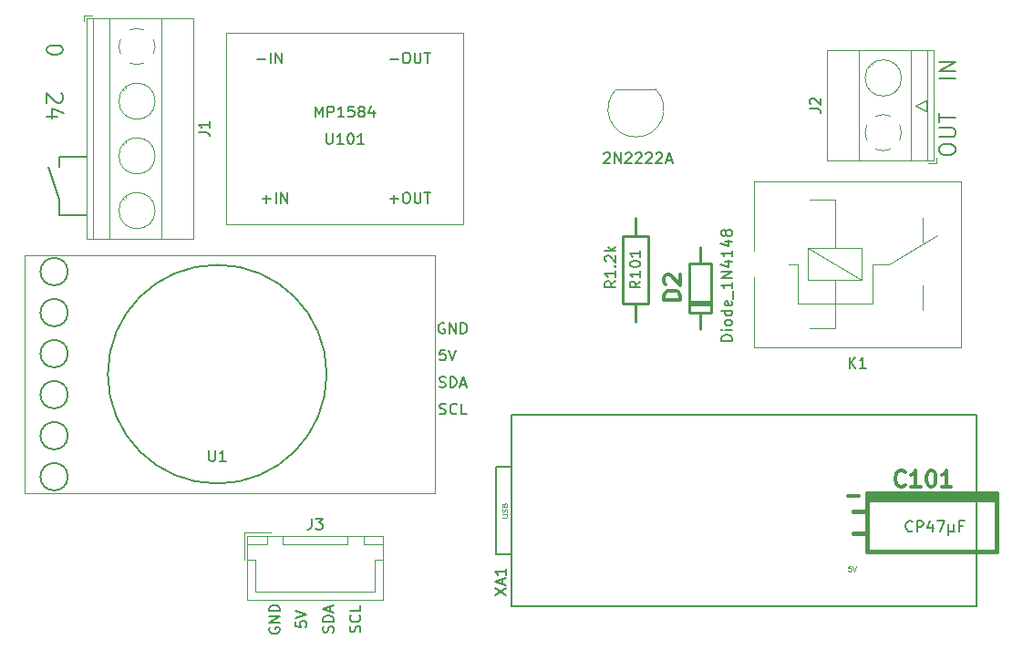
<source format=gbr>
%TF.GenerationSoftware,KiCad,Pcbnew,(5.1.8)-1*%
%TF.CreationDate,2023-04-03T09:29:08+02:00*%
%TF.ProjectId,CommandeJF,436f6d6d-616e-4646-954a-462e6b696361,rev?*%
%TF.SameCoordinates,PX5a995c0PY7735940*%
%TF.FileFunction,Legend,Top*%
%TF.FilePolarity,Positive*%
%FSLAX46Y46*%
G04 Gerber Fmt 4.6, Leading zero omitted, Abs format (unit mm)*
G04 Created by KiCad (PCBNEW (5.1.8)-1) date 2023-04-03 09:29:08*
%MOMM*%
%LPD*%
G01*
G04 APERTURE LIST*
%ADD10C,0.150000*%
%ADD11C,0.300000*%
%ADD12C,0.381000*%
%ADD13C,0.120000*%
%ADD14C,0.250000*%
%ADD15C,0.254000*%
%ADD16C,0.075000*%
%ADD17C,0.304800*%
G04 APERTURE END LIST*
D10*
X5500000Y47000000D02*
X4500000Y50000000D01*
X5500000Y51000000D02*
X5500000Y50000000D01*
X5500000Y45500000D02*
X5500000Y46000000D01*
X8000000Y45500000D02*
X5500000Y45500000D01*
X8000000Y51000000D02*
X5500000Y51000000D01*
X5500000Y47000000D02*
X5500000Y46000000D01*
X41309523Y33047620D02*
X40833333Y33047620D01*
X40785714Y32571429D01*
X40833333Y32619048D01*
X40928571Y32666667D01*
X41166666Y32666667D01*
X41261904Y32619048D01*
X41309523Y32571429D01*
X41357142Y32476191D01*
X41357142Y32238096D01*
X41309523Y32142858D01*
X41261904Y32095239D01*
X41166666Y32047620D01*
X40928571Y32047620D01*
X40833333Y32095239D01*
X40785714Y32142858D01*
X41642857Y33047620D02*
X41976190Y32047620D01*
X42309523Y33047620D01*
X41238095Y35500000D02*
X41142857Y35547620D01*
X41000000Y35547620D01*
X40857142Y35500000D01*
X40761904Y35404762D01*
X40714285Y35309524D01*
X40666666Y35119048D01*
X40666666Y34976191D01*
X40714285Y34785715D01*
X40761904Y34690477D01*
X40857142Y34595239D01*
X41000000Y34547620D01*
X41095238Y34547620D01*
X41238095Y34595239D01*
X41285714Y34642858D01*
X41285714Y34976191D01*
X41095238Y34976191D01*
X41714285Y34547620D02*
X41714285Y35547620D01*
X42285714Y34547620D01*
X42285714Y35547620D01*
X42761904Y34547620D02*
X42761904Y35547620D01*
X43000000Y35547620D01*
X43142857Y35500000D01*
X43238095Y35404762D01*
X43285714Y35309524D01*
X43333333Y35119048D01*
X43333333Y34976191D01*
X43285714Y34785715D01*
X43238095Y34690477D01*
X43142857Y34595239D01*
X43000000Y34547620D01*
X42761904Y34547620D01*
X40785714Y29595239D02*
X40928571Y29547620D01*
X41166666Y29547620D01*
X41261904Y29595239D01*
X41309523Y29642858D01*
X41357142Y29738096D01*
X41357142Y29833334D01*
X41309523Y29928572D01*
X41261904Y29976191D01*
X41166666Y30023810D01*
X40976190Y30071429D01*
X40880952Y30119048D01*
X40833333Y30166667D01*
X40785714Y30261905D01*
X40785714Y30357143D01*
X40833333Y30452381D01*
X40880952Y30500000D01*
X40976190Y30547620D01*
X41214285Y30547620D01*
X41357142Y30500000D01*
X41785714Y29547620D02*
X41785714Y30547620D01*
X42023809Y30547620D01*
X42166666Y30500000D01*
X42261904Y30404762D01*
X42309523Y30309524D01*
X42357142Y30119048D01*
X42357142Y29976191D01*
X42309523Y29785715D01*
X42261904Y29690477D01*
X42166666Y29595239D01*
X42023809Y29547620D01*
X41785714Y29547620D01*
X42738095Y29833334D02*
X43214285Y29833334D01*
X42642857Y29547620D02*
X42976190Y30547620D01*
X43309523Y29547620D01*
X40809523Y27095239D02*
X40952380Y27047620D01*
X41190476Y27047620D01*
X41285714Y27095239D01*
X41333333Y27142858D01*
X41380952Y27238096D01*
X41380952Y27333334D01*
X41333333Y27428572D01*
X41285714Y27476191D01*
X41190476Y27523810D01*
X41000000Y27571429D01*
X40904761Y27619048D01*
X40857142Y27666667D01*
X40809523Y27761905D01*
X40809523Y27857143D01*
X40857142Y27952381D01*
X40904761Y28000000D01*
X41000000Y28047620D01*
X41238095Y28047620D01*
X41380952Y28000000D01*
X42380952Y27142858D02*
X42333333Y27095239D01*
X42190476Y27047620D01*
X42095238Y27047620D01*
X41952380Y27095239D01*
X41857142Y27190477D01*
X41809523Y27285715D01*
X41761904Y27476191D01*
X41761904Y27619048D01*
X41809523Y27809524D01*
X41857142Y27904762D01*
X41952380Y28000000D01*
X42095238Y28047620D01*
X42190476Y28047620D01*
X42333333Y28000000D01*
X42380952Y27952381D01*
X43285714Y27047620D02*
X42809523Y27047620D01*
X42809523Y28047620D01*
X25000000Y7238096D02*
X24952380Y7142858D01*
X24952380Y7000000D01*
X25000000Y6857143D01*
X25095238Y6761905D01*
X25190476Y6714286D01*
X25380952Y6666667D01*
X25523809Y6666667D01*
X25714285Y6714286D01*
X25809523Y6761905D01*
X25904761Y6857143D01*
X25952380Y7000000D01*
X25952380Y7095239D01*
X25904761Y7238096D01*
X25857142Y7285715D01*
X25523809Y7285715D01*
X25523809Y7095239D01*
X25952380Y7714286D02*
X24952380Y7714286D01*
X25952380Y8285715D01*
X24952380Y8285715D01*
X25952380Y8761905D02*
X24952380Y8761905D01*
X24952380Y9000000D01*
X25000000Y9142858D01*
X25095238Y9238096D01*
X25190476Y9285715D01*
X25380952Y9333334D01*
X25523809Y9333334D01*
X25714285Y9285715D01*
X25809523Y9238096D01*
X25904761Y9142858D01*
X25952380Y9000000D01*
X25952380Y8761905D01*
X27452380Y7809524D02*
X27452380Y7333334D01*
X27928571Y7285715D01*
X27880952Y7333334D01*
X27833333Y7428572D01*
X27833333Y7666667D01*
X27880952Y7761905D01*
X27928571Y7809524D01*
X28023809Y7857143D01*
X28261904Y7857143D01*
X28357142Y7809524D01*
X28404761Y7761905D01*
X28452380Y7666667D01*
X28452380Y7428572D01*
X28404761Y7333334D01*
X28357142Y7285715D01*
X27452380Y8142858D02*
X28452380Y8476191D01*
X27452380Y8809524D01*
X30904761Y6785715D02*
X30952380Y6928572D01*
X30952380Y7166667D01*
X30904761Y7261905D01*
X30857142Y7309524D01*
X30761904Y7357143D01*
X30666666Y7357143D01*
X30571428Y7309524D01*
X30523809Y7261905D01*
X30476190Y7166667D01*
X30428571Y6976191D01*
X30380952Y6880953D01*
X30333333Y6833334D01*
X30238095Y6785715D01*
X30142857Y6785715D01*
X30047619Y6833334D01*
X30000000Y6880953D01*
X29952380Y6976191D01*
X29952380Y7214286D01*
X30000000Y7357143D01*
X30952380Y7785715D02*
X29952380Y7785715D01*
X29952380Y8023810D01*
X30000000Y8166667D01*
X30095238Y8261905D01*
X30190476Y8309524D01*
X30380952Y8357143D01*
X30523809Y8357143D01*
X30714285Y8309524D01*
X30809523Y8261905D01*
X30904761Y8166667D01*
X30952380Y8023810D01*
X30952380Y7785715D01*
X30666666Y8738096D02*
X30666666Y9214286D01*
X30952380Y8642858D02*
X29952380Y8976191D01*
X30952380Y9309524D01*
X33404761Y6809524D02*
X33452380Y6952381D01*
X33452380Y7190477D01*
X33404761Y7285715D01*
X33357142Y7333334D01*
X33261904Y7380953D01*
X33166666Y7380953D01*
X33071428Y7333334D01*
X33023809Y7285715D01*
X32976190Y7190477D01*
X32928571Y7000000D01*
X32880952Y6904762D01*
X32833333Y6857143D01*
X32738095Y6809524D01*
X32642857Y6809524D01*
X32547619Y6857143D01*
X32500000Y6904762D01*
X32452380Y7000000D01*
X32452380Y7238096D01*
X32500000Y7380953D01*
X33357142Y8380953D02*
X33404761Y8333334D01*
X33452380Y8190477D01*
X33452380Y8095239D01*
X33404761Y7952381D01*
X33309523Y7857143D01*
X33214285Y7809524D01*
X33023809Y7761905D01*
X32880952Y7761905D01*
X32690476Y7809524D01*
X32595238Y7857143D01*
X32500000Y7952381D01*
X32452380Y8095239D01*
X32452380Y8190477D01*
X32500000Y8333334D01*
X32547619Y8380953D01*
X33452380Y9285715D02*
X33452380Y8809524D01*
X32452380Y8809524D01*
X87178571Y51500000D02*
X87178571Y51785715D01*
X87250000Y51928572D01*
X87392857Y52071429D01*
X87678571Y52142858D01*
X88178571Y52142858D01*
X88464285Y52071429D01*
X88607142Y51928572D01*
X88678571Y51785715D01*
X88678571Y51500000D01*
X88607142Y51357143D01*
X88464285Y51214286D01*
X88178571Y51142858D01*
X87678571Y51142858D01*
X87392857Y51214286D01*
X87250000Y51357143D01*
X87178571Y51500000D01*
X87178571Y52785715D02*
X88392857Y52785715D01*
X88535714Y52857143D01*
X88607142Y52928572D01*
X88678571Y53071429D01*
X88678571Y53357143D01*
X88607142Y53500000D01*
X88535714Y53571429D01*
X88392857Y53642858D01*
X87178571Y53642858D01*
X87178571Y54142858D02*
X87178571Y55000000D01*
X88678571Y54571429D02*
X87178571Y54571429D01*
X88678571Y58214286D02*
X87178571Y58214286D01*
X88678571Y58928572D02*
X87178571Y58928572D01*
X88678571Y59785715D01*
X87178571Y59785715D01*
X5821428Y60971429D02*
X5821428Y60828572D01*
X5750000Y60685715D01*
X5678571Y60614286D01*
X5535714Y60542858D01*
X5250000Y60471429D01*
X4892857Y60471429D01*
X4607142Y60542858D01*
X4464285Y60614286D01*
X4392857Y60685715D01*
X4321428Y60828572D01*
X4321428Y60971429D01*
X4392857Y61114286D01*
X4464285Y61185715D01*
X4607142Y61257143D01*
X4892857Y61328572D01*
X5250000Y61328572D01*
X5535714Y61257143D01*
X5678571Y61185715D01*
X5750000Y61114286D01*
X5821428Y60971429D01*
X5678571Y56842858D02*
X5750000Y56771429D01*
X5821428Y56628572D01*
X5821428Y56271429D01*
X5750000Y56128572D01*
X5678571Y56057143D01*
X5535714Y55985715D01*
X5392857Y55985715D01*
X5178571Y56057143D01*
X4321428Y56914286D01*
X4321428Y55985715D01*
X5321428Y54700000D02*
X4321428Y54700000D01*
X5892857Y55057143D02*
X4821428Y55414286D01*
X4821428Y54485715D01*
%TO.C,XA1*%
X90680000Y26990000D02*
X47500000Y26990000D01*
X90680000Y9210000D02*
X47500000Y9210000D01*
X47500000Y26990000D02*
X47500000Y9210000D01*
X90680000Y26990000D02*
X90680000Y9210000D01*
X46050000Y14036000D02*
X47500000Y14036000D01*
X46050000Y22164000D02*
X46050000Y14036000D01*
X47500000Y22164000D02*
X46050000Y22164000D01*
D11*
%TO.C,C101*%
X78700000Y19500000D02*
X79700000Y19500000D01*
D12*
X92500000Y19700000D02*
X92500000Y14300000D01*
X92500000Y14300000D02*
X80500000Y14300000D01*
X80500000Y14300000D02*
X80500000Y19700000D01*
X80500000Y19400000D02*
X92500000Y19400000D01*
X92500000Y19700000D02*
X80500000Y19700000D01*
X79200000Y18000000D02*
X80500000Y18000000D01*
X79200000Y16000000D02*
X80500000Y16000000D01*
X80500000Y19100000D02*
X92500000Y19100000D01*
D13*
%TO.C,J1*%
X14380000Y56120000D02*
G75*
G03*
X14380000Y56120000I-1680000J0D01*
G01*
X14380000Y51040000D02*
G75*
G03*
X14380000Y51040000I-1680000J0D01*
G01*
X14380000Y45960000D02*
G75*
G03*
X14380000Y45960000I-1680000J0D01*
G01*
X8600000Y63800000D02*
X8600000Y43360000D01*
X10100000Y63800000D02*
X10100000Y43360000D01*
X15001000Y63800000D02*
X15001000Y43360000D01*
X17961000Y63800000D02*
X17961000Y43360000D01*
X8040000Y63800000D02*
X8040000Y43360000D01*
X17961000Y63800000D02*
X8040000Y63800000D01*
X17961000Y43360000D02*
X8040000Y43360000D01*
X13769000Y54845000D02*
X13723000Y54892000D01*
X11461000Y57154000D02*
X11426000Y57189000D01*
X13975000Y55050000D02*
X13939000Y55085000D01*
X11677000Y57347000D02*
X11631000Y57394000D01*
X13769000Y49765000D02*
X13723000Y49812000D01*
X11461000Y52074000D02*
X11426000Y52109000D01*
X13975000Y49970000D02*
X13939000Y50005000D01*
X11677000Y52267000D02*
X11631000Y52314000D01*
X13769000Y44685000D02*
X13723000Y44732000D01*
X11461000Y46994000D02*
X11426000Y47029000D01*
X13975000Y44890000D02*
X13939000Y44925000D01*
X11677000Y47187000D02*
X11631000Y47234000D01*
X8540000Y64040000D02*
X7800000Y64040000D01*
X7800000Y64040000D02*
X7800000Y63540000D01*
X11019747Y61171195D02*
G75*
G02*
X11165000Y61884000I1680253J28805D01*
G01*
X12016958Y62735426D02*
G75*
G02*
X13384000Y62735000I683042J-1535426D01*
G01*
X14235426Y61883042D02*
G75*
G02*
X14235000Y60516000I-1535426J-683042D01*
G01*
X13383042Y59664574D02*
G75*
G02*
X12016000Y59665000I-683042J1535426D01*
G01*
X11165244Y60516682D02*
G75*
G02*
X11020000Y61200000I1534756J683318D01*
G01*
D14*
%TO.C,R101*%
X57800000Y43600000D02*
X60200000Y43600000D01*
X57800000Y37300000D02*
X57800000Y43600000D01*
X60200000Y37300000D02*
X57800000Y37300000D01*
X60200000Y43600000D02*
X60200000Y37300000D01*
D15*
X59000000Y45251000D02*
X59000000Y43600000D01*
X59000000Y35649000D02*
X59000000Y37300000D01*
D10*
%TO.C,U1*%
X30310000Y30770000D02*
G75*
G03*
X30310000Y30770000I-10160000J0D01*
G01*
X6275000Y40295000D02*
G75*
G03*
X6275000Y40295000I-1270000J0D01*
G01*
X6275000Y36485000D02*
G75*
G03*
X6275000Y36485000I-1270000J0D01*
G01*
X6275000Y32675000D02*
G75*
G03*
X6275000Y32675000I-1270000J0D01*
G01*
X6275000Y21245000D02*
G75*
G03*
X6275000Y21245000I-1270000J0D01*
G01*
X6275000Y25055000D02*
G75*
G03*
X6275000Y25055000I-1270000J0D01*
G01*
X6275000Y28865000D02*
G75*
G03*
X6275000Y28865000I-1270000J0D01*
G01*
D13*
X2300000Y41800000D02*
X40400000Y41800000D01*
X40400000Y41800000D02*
X40400000Y19900000D01*
X2300000Y19800000D02*
X2300000Y41800000D01*
X2300000Y19700000D02*
X40400000Y19700000D01*
X40400000Y19700000D02*
X40400000Y19900000D01*
D15*
%TO.C,D2*%
X63984000Y41086000D02*
X66016000Y41086000D01*
X63984000Y36514000D02*
X63984000Y41086000D01*
X66016000Y36514000D02*
X63984000Y36514000D01*
X66016000Y41086000D02*
X66016000Y36514000D01*
X65000000Y41086000D02*
X65000000Y42610000D01*
X65000000Y34990000D02*
X65000000Y36514000D01*
X66016000Y37530000D02*
X63984000Y37530000D01*
X63984000Y37276000D02*
X66016000Y37276000D01*
D13*
%TO.C,TR1*%
X60830000Y57250000D02*
X57230000Y57250000D01*
X57191522Y57238478D02*
G75*
G03*
X59030000Y52800000I1838478J-1838478D01*
G01*
X60868478Y57238478D02*
G75*
G02*
X59030000Y52800000I-1838478J-1838478D01*
G01*
%TO.C,U101*%
X43000000Y61600000D02*
X43000000Y62500000D01*
X21000000Y61600000D02*
X21000000Y62500000D01*
X21000000Y62500000D02*
X43000000Y62500000D01*
X43000000Y61600000D02*
X43000000Y44700000D01*
X43000000Y44700000D02*
X21000000Y44700000D01*
X21000000Y44700000D02*
X21000000Y61700000D01*
%TO.C,K1*%
X80000000Y39500000D02*
X75000000Y39500000D01*
X80000000Y42500000D02*
X80000000Y39500000D01*
X75000000Y42500000D02*
X80000000Y42500000D01*
X75000000Y39500000D02*
X75000000Y42500000D01*
X80000000Y39500000D02*
X75000000Y42500000D01*
X77500000Y39500000D02*
X77500000Y35000000D01*
X77500000Y47000000D02*
X77500000Y42500000D01*
X74100000Y41000000D02*
X74100000Y37300000D01*
X81000000Y41000000D02*
X81000000Y37300000D01*
X81000000Y37300000D02*
X74100000Y37300000D01*
X82500000Y41000000D02*
X87000000Y43700000D01*
X81000000Y41000000D02*
X82500000Y41000000D01*
X77500000Y47000000D02*
X75200000Y47000000D01*
X74100000Y41000000D02*
X73200000Y41000000D01*
X75200000Y35000000D02*
X77500000Y35000000D01*
X85700000Y45300000D02*
X85700000Y43000000D01*
X85700000Y36700000D02*
X85700000Y39000000D01*
X89200000Y33300000D02*
X70000000Y33300000D01*
X89200000Y48700000D02*
X89200000Y33300000D01*
X70000000Y48700000D02*
X89200000Y48700000D01*
X70000000Y48700000D02*
X70000000Y42200000D01*
X70000000Y39800000D02*
X70000000Y33300000D01*
%TO.C,J3*%
X22950000Y15750000D02*
X22950000Y9800000D01*
X22950000Y9800000D02*
X35550000Y9800000D01*
X35550000Y9800000D02*
X35550000Y15750000D01*
X35550000Y15750000D02*
X22950000Y15750000D01*
X26250000Y15750000D02*
X26250000Y15000000D01*
X26250000Y15000000D02*
X32250000Y15000000D01*
X32250000Y15000000D02*
X32250000Y15750000D01*
X32250000Y15750000D02*
X26250000Y15750000D01*
X22950000Y15750000D02*
X22950000Y15000000D01*
X22950000Y15000000D02*
X24750000Y15000000D01*
X24750000Y15000000D02*
X24750000Y15750000D01*
X24750000Y15750000D02*
X22950000Y15750000D01*
X33750000Y15750000D02*
X33750000Y15000000D01*
X33750000Y15000000D02*
X35550000Y15000000D01*
X35550000Y15000000D02*
X35550000Y15750000D01*
X35550000Y15750000D02*
X33750000Y15750000D01*
X22950000Y13500000D02*
X23700000Y13500000D01*
X23700000Y13500000D02*
X23700000Y10550000D01*
X23700000Y10550000D02*
X29250000Y10550000D01*
X35550000Y13500000D02*
X34800000Y13500000D01*
X34800000Y13500000D02*
X34800000Y10550000D01*
X34800000Y10550000D02*
X29250000Y10550000D01*
X25150000Y16050000D02*
X22650000Y16050000D01*
X22650000Y16050000D02*
X22650000Y13550000D01*
%TO.C,J2*%
X83680000Y58280000D02*
G75*
G03*
X83680000Y58280000I-1680000J0D01*
G01*
X86100000Y50600000D02*
X86100000Y60880000D01*
X84600000Y50600000D02*
X84600000Y60880000D01*
X79699000Y50600000D02*
X79699000Y60880000D01*
X76739000Y50600000D02*
X76739000Y60880000D01*
X86660000Y50600000D02*
X86660000Y60880000D01*
X76739000Y50600000D02*
X86660000Y50600000D01*
X76739000Y60880000D02*
X86660000Y60880000D01*
X80931000Y59555000D02*
X80977000Y59508000D01*
X83239000Y57246000D02*
X83274000Y57211000D01*
X80725000Y59350000D02*
X80761000Y59315000D01*
X83023000Y57053000D02*
X83069000Y57006000D01*
X86160000Y50360000D02*
X86900000Y50360000D01*
X86900000Y50360000D02*
X86900000Y50860000D01*
X85000000Y55700000D02*
X86000000Y55200000D01*
X86000000Y55200000D02*
X86000000Y56200000D01*
X86000000Y56200000D02*
X85000000Y55700000D01*
X83680253Y53228805D02*
G75*
G02*
X83535000Y52516000I-1680253J-28805D01*
G01*
X82683042Y51664574D02*
G75*
G02*
X81316000Y51665000I-683042J1535426D01*
G01*
X80464574Y52516958D02*
G75*
G02*
X80465000Y53884000I1535426J683042D01*
G01*
X81316958Y54735426D02*
G75*
G02*
X82684000Y54735000I683042J-1535426D01*
G01*
X83534756Y53883318D02*
G75*
G02*
X83680000Y53200000I-1534756J-683318D01*
G01*
%TO.C,XA1*%
D10*
X45936380Y10257905D02*
X46936380Y10924572D01*
X45936380Y10924572D02*
X46936380Y10257905D01*
X46650666Y11257905D02*
X46650666Y11734096D01*
X46936380Y11162667D02*
X45936380Y11496000D01*
X46936380Y11829334D01*
X46936380Y12686477D02*
X46936380Y12115048D01*
X46936380Y12400762D02*
X45936380Y12400762D01*
X46079238Y12305524D01*
X46174476Y12210286D01*
X46222095Y12115048D01*
D16*
X79004761Y12973810D02*
X78766666Y12973810D01*
X78742857Y12735715D01*
X78766666Y12759524D01*
X78814285Y12783334D01*
X78933333Y12783334D01*
X78980952Y12759524D01*
X79004761Y12735715D01*
X79028571Y12688096D01*
X79028571Y12569048D01*
X79004761Y12521429D01*
X78980952Y12497620D01*
X78933333Y12473810D01*
X78814285Y12473810D01*
X78766666Y12497620D01*
X78742857Y12521429D01*
X79171428Y12973810D02*
X79338095Y12473810D01*
X79504761Y12973810D01*
X46591190Y17469048D02*
X46995952Y17469048D01*
X47043571Y17492858D01*
X47067380Y17516667D01*
X47091190Y17564286D01*
X47091190Y17659524D01*
X47067380Y17707143D01*
X47043571Y17730953D01*
X46995952Y17754762D01*
X46591190Y17754762D01*
X47067380Y17969048D02*
X47091190Y18040477D01*
X47091190Y18159524D01*
X47067380Y18207143D01*
X47043571Y18230953D01*
X46995952Y18254762D01*
X46948333Y18254762D01*
X46900714Y18230953D01*
X46876904Y18207143D01*
X46853095Y18159524D01*
X46829285Y18064286D01*
X46805476Y18016667D01*
X46781666Y17992858D01*
X46734047Y17969048D01*
X46686428Y17969048D01*
X46638809Y17992858D01*
X46615000Y18016667D01*
X46591190Y18064286D01*
X46591190Y18183334D01*
X46615000Y18254762D01*
X46829285Y18635715D02*
X46853095Y18707143D01*
X46876904Y18730953D01*
X46924523Y18754762D01*
X46995952Y18754762D01*
X47043571Y18730953D01*
X47067380Y18707143D01*
X47091190Y18659524D01*
X47091190Y18469048D01*
X46591190Y18469048D01*
X46591190Y18635715D01*
X46615000Y18683334D01*
X46638809Y18707143D01*
X46686428Y18730953D01*
X46734047Y18730953D01*
X46781666Y18707143D01*
X46805476Y18683334D01*
X46829285Y18635715D01*
X46829285Y18469048D01*
%TO.C,C101*%
D11*
X84021428Y20464286D02*
X83950000Y20392858D01*
X83735714Y20321429D01*
X83592857Y20321429D01*
X83378571Y20392858D01*
X83235714Y20535715D01*
X83164285Y20678572D01*
X83092857Y20964286D01*
X83092857Y21178572D01*
X83164285Y21464286D01*
X83235714Y21607143D01*
X83378571Y21750000D01*
X83592857Y21821429D01*
X83735714Y21821429D01*
X83950000Y21750000D01*
X84021428Y21678572D01*
X85450000Y20321429D02*
X84592857Y20321429D01*
X85021428Y20321429D02*
X85021428Y21821429D01*
X84878571Y21607143D01*
X84735714Y21464286D01*
X84592857Y21392858D01*
X86378571Y21821429D02*
X86521428Y21821429D01*
X86664285Y21750000D01*
X86735714Y21678572D01*
X86807142Y21535715D01*
X86878571Y21250000D01*
X86878571Y20892858D01*
X86807142Y20607143D01*
X86735714Y20464286D01*
X86664285Y20392858D01*
X86521428Y20321429D01*
X86378571Y20321429D01*
X86235714Y20392858D01*
X86164285Y20464286D01*
X86092857Y20607143D01*
X86021428Y20892858D01*
X86021428Y21250000D01*
X86092857Y21535715D01*
X86164285Y21678572D01*
X86235714Y21750000D01*
X86378571Y21821429D01*
X88307142Y20321429D02*
X87450000Y20321429D01*
X87878571Y20321429D02*
X87878571Y21821429D01*
X87735714Y21607143D01*
X87592857Y21464286D01*
X87450000Y21392858D01*
D10*
X84704761Y16242858D02*
X84657142Y16195239D01*
X84514285Y16147620D01*
X84419047Y16147620D01*
X84276190Y16195239D01*
X84180952Y16290477D01*
X84133333Y16385715D01*
X84085714Y16576191D01*
X84085714Y16719048D01*
X84133333Y16909524D01*
X84180952Y17004762D01*
X84276190Y17100000D01*
X84419047Y17147620D01*
X84514285Y17147620D01*
X84657142Y17100000D01*
X84704761Y17052381D01*
X85133333Y16147620D02*
X85133333Y17147620D01*
X85514285Y17147620D01*
X85609523Y17100000D01*
X85657142Y17052381D01*
X85704761Y16957143D01*
X85704761Y16814286D01*
X85657142Y16719048D01*
X85609523Y16671429D01*
X85514285Y16623810D01*
X85133333Y16623810D01*
X86561904Y16814286D02*
X86561904Y16147620D01*
X86323809Y17195239D02*
X86085714Y16480953D01*
X86704761Y16480953D01*
X86990476Y17147620D02*
X87657142Y17147620D01*
X87228571Y16147620D01*
X88038095Y16814286D02*
X88038095Y15814286D01*
X88514285Y16290477D02*
X88561904Y16195239D01*
X88657142Y16147620D01*
X88038095Y16290477D02*
X88085714Y16195239D01*
X88180952Y16147620D01*
X88371428Y16147620D01*
X88466666Y16195239D01*
X88514285Y16290477D01*
X88514285Y16814286D01*
X89419047Y16671429D02*
X89085714Y16671429D01*
X89085714Y16147620D02*
X89085714Y17147620D01*
X89561904Y17147620D01*
%TO.C,J1*%
X18412380Y53246667D02*
X19126666Y53246667D01*
X19269523Y53199048D01*
X19364761Y53103810D01*
X19412380Y52960953D01*
X19412380Y52865715D01*
X19412380Y54246667D02*
X19412380Y53675239D01*
X19412380Y53960953D02*
X18412380Y53960953D01*
X18555238Y53865715D01*
X18650476Y53770477D01*
X18698095Y53675239D01*
%TO.C,R101*%
X59452380Y39380953D02*
X58976190Y39047620D01*
X59452380Y38809524D02*
X58452380Y38809524D01*
X58452380Y39190477D01*
X58500000Y39285715D01*
X58547619Y39333334D01*
X58642857Y39380953D01*
X58785714Y39380953D01*
X58880952Y39333334D01*
X58928571Y39285715D01*
X58976190Y39190477D01*
X58976190Y38809524D01*
X59452380Y40333334D02*
X59452380Y39761905D01*
X59452380Y40047620D02*
X58452380Y40047620D01*
X58595238Y39952381D01*
X58690476Y39857143D01*
X58738095Y39761905D01*
X58452380Y40952381D02*
X58452380Y41047620D01*
X58500000Y41142858D01*
X58547619Y41190477D01*
X58642857Y41238096D01*
X58833333Y41285715D01*
X59071428Y41285715D01*
X59261904Y41238096D01*
X59357142Y41190477D01*
X59404761Y41142858D01*
X59452380Y41047620D01*
X59452380Y40952381D01*
X59404761Y40857143D01*
X59357142Y40809524D01*
X59261904Y40761905D01*
X59071428Y40714286D01*
X58833333Y40714286D01*
X58642857Y40761905D01*
X58547619Y40809524D01*
X58500000Y40857143D01*
X58452380Y40952381D01*
X59452380Y42238096D02*
X59452380Y41666667D01*
X59452380Y41952381D02*
X58452380Y41952381D01*
X58595238Y41857143D01*
X58690476Y41761905D01*
X58738095Y41666667D01*
X57152380Y39414286D02*
X56676190Y39080953D01*
X57152380Y38842858D02*
X56152380Y38842858D01*
X56152380Y39223810D01*
X56200000Y39319048D01*
X56247619Y39366667D01*
X56342857Y39414286D01*
X56485714Y39414286D01*
X56580952Y39366667D01*
X56628571Y39319048D01*
X56676190Y39223810D01*
X56676190Y38842858D01*
X57152380Y40366667D02*
X57152380Y39795239D01*
X57152380Y40080953D02*
X56152380Y40080953D01*
X56295238Y39985715D01*
X56390476Y39890477D01*
X56438095Y39795239D01*
X57057142Y40795239D02*
X57104761Y40842858D01*
X57152380Y40795239D01*
X57104761Y40747620D01*
X57057142Y40795239D01*
X57152380Y40795239D01*
X56247619Y41223810D02*
X56200000Y41271429D01*
X56152380Y41366667D01*
X56152380Y41604762D01*
X56200000Y41700000D01*
X56247619Y41747620D01*
X56342857Y41795239D01*
X56438095Y41795239D01*
X56580952Y41747620D01*
X57152380Y41176191D01*
X57152380Y41795239D01*
X57152380Y42223810D02*
X56152380Y42223810D01*
X56771428Y42319048D02*
X57152380Y42604762D01*
X56485714Y42604762D02*
X56866666Y42223810D01*
%TO.C,U1*%
X19388095Y23697620D02*
X19388095Y22888096D01*
X19435714Y22792858D01*
X19483333Y22745239D01*
X19578571Y22697620D01*
X19769047Y22697620D01*
X19864285Y22745239D01*
X19911904Y22792858D01*
X19959523Y22888096D01*
X19959523Y23697620D01*
X20959523Y22697620D02*
X20388095Y22697620D01*
X20673809Y22697620D02*
X20673809Y23697620D01*
X20578571Y23554762D01*
X20483333Y23459524D01*
X20388095Y23411905D01*
%TO.C,D2*%
D17*
X63149428Y37675143D02*
X61625428Y37675143D01*
X61625428Y38038000D01*
X61698000Y38255715D01*
X61843142Y38400858D01*
X61988285Y38473429D01*
X62278571Y38546000D01*
X62496285Y38546000D01*
X62786571Y38473429D01*
X62931714Y38400858D01*
X63076857Y38255715D01*
X63149428Y38038000D01*
X63149428Y37675143D01*
X61770571Y39126572D02*
X61698000Y39199143D01*
X61625428Y39344286D01*
X61625428Y39707143D01*
X61698000Y39852286D01*
X61770571Y39924858D01*
X61915714Y39997429D01*
X62060857Y39997429D01*
X62278571Y39924858D01*
X63149428Y39054000D01*
X63149428Y39997429D01*
D10*
X67952380Y33880953D02*
X66952380Y33880953D01*
X66952380Y34119048D01*
X67000000Y34261905D01*
X67095238Y34357143D01*
X67190476Y34404762D01*
X67380952Y34452381D01*
X67523809Y34452381D01*
X67714285Y34404762D01*
X67809523Y34357143D01*
X67904761Y34261905D01*
X67952380Y34119048D01*
X67952380Y33880953D01*
X67952380Y34880953D02*
X67285714Y34880953D01*
X66952380Y34880953D02*
X67000000Y34833334D01*
X67047619Y34880953D01*
X67000000Y34928572D01*
X66952380Y34880953D01*
X67047619Y34880953D01*
X67952380Y35500000D02*
X67904761Y35404762D01*
X67857142Y35357143D01*
X67761904Y35309524D01*
X67476190Y35309524D01*
X67380952Y35357143D01*
X67333333Y35404762D01*
X67285714Y35500000D01*
X67285714Y35642858D01*
X67333333Y35738096D01*
X67380952Y35785715D01*
X67476190Y35833334D01*
X67761904Y35833334D01*
X67857142Y35785715D01*
X67904761Y35738096D01*
X67952380Y35642858D01*
X67952380Y35500000D01*
X67952380Y36690477D02*
X66952380Y36690477D01*
X67904761Y36690477D02*
X67952380Y36595239D01*
X67952380Y36404762D01*
X67904761Y36309524D01*
X67857142Y36261905D01*
X67761904Y36214286D01*
X67476190Y36214286D01*
X67380952Y36261905D01*
X67333333Y36309524D01*
X67285714Y36404762D01*
X67285714Y36595239D01*
X67333333Y36690477D01*
X67904761Y37547620D02*
X67952380Y37452381D01*
X67952380Y37261905D01*
X67904761Y37166667D01*
X67809523Y37119048D01*
X67428571Y37119048D01*
X67333333Y37166667D01*
X67285714Y37261905D01*
X67285714Y37452381D01*
X67333333Y37547620D01*
X67428571Y37595239D01*
X67523809Y37595239D01*
X67619047Y37119048D01*
X68047619Y37785715D02*
X68047619Y38547620D01*
X67952380Y39309524D02*
X67952380Y38738096D01*
X67952380Y39023810D02*
X66952380Y39023810D01*
X67095238Y38928572D01*
X67190476Y38833334D01*
X67238095Y38738096D01*
X67952380Y39738096D02*
X66952380Y39738096D01*
X67952380Y40309524D01*
X66952380Y40309524D01*
X67285714Y41214286D02*
X67952380Y41214286D01*
X66904761Y40976191D02*
X67619047Y40738096D01*
X67619047Y41357143D01*
X67952380Y42261905D02*
X67952380Y41690477D01*
X67952380Y41976191D02*
X66952380Y41976191D01*
X67095238Y41880953D01*
X67190476Y41785715D01*
X67238095Y41690477D01*
X67285714Y43119048D02*
X67952380Y43119048D01*
X66904761Y42880953D02*
X67619047Y42642858D01*
X67619047Y43261905D01*
X67380952Y43785715D02*
X67333333Y43690477D01*
X67285714Y43642858D01*
X67190476Y43595239D01*
X67142857Y43595239D01*
X67047619Y43642858D01*
X67000000Y43690477D01*
X66952380Y43785715D01*
X66952380Y43976191D01*
X67000000Y44071429D01*
X67047619Y44119048D01*
X67142857Y44166667D01*
X67190476Y44166667D01*
X67285714Y44119048D01*
X67333333Y44071429D01*
X67380952Y43976191D01*
X67380952Y43785715D01*
X67428571Y43690477D01*
X67476190Y43642858D01*
X67571428Y43595239D01*
X67761904Y43595239D01*
X67857142Y43642858D01*
X67904761Y43690477D01*
X67952380Y43785715D01*
X67952380Y43976191D01*
X67904761Y44071429D01*
X67857142Y44119048D01*
X67761904Y44166667D01*
X67571428Y44166667D01*
X67476190Y44119048D01*
X67428571Y44071429D01*
X67380952Y43976191D01*
%TO.C,TR1*%
X56057142Y51252381D02*
X56104761Y51300000D01*
X56200000Y51347620D01*
X56438095Y51347620D01*
X56533333Y51300000D01*
X56580952Y51252381D01*
X56628571Y51157143D01*
X56628571Y51061905D01*
X56580952Y50919048D01*
X56009523Y50347620D01*
X56628571Y50347620D01*
X57057142Y50347620D02*
X57057142Y51347620D01*
X57628571Y50347620D01*
X57628571Y51347620D01*
X58057142Y51252381D02*
X58104761Y51300000D01*
X58200000Y51347620D01*
X58438095Y51347620D01*
X58533333Y51300000D01*
X58580952Y51252381D01*
X58628571Y51157143D01*
X58628571Y51061905D01*
X58580952Y50919048D01*
X58009523Y50347620D01*
X58628571Y50347620D01*
X59009523Y51252381D02*
X59057142Y51300000D01*
X59152380Y51347620D01*
X59390476Y51347620D01*
X59485714Y51300000D01*
X59533333Y51252381D01*
X59580952Y51157143D01*
X59580952Y51061905D01*
X59533333Y50919048D01*
X58961904Y50347620D01*
X59580952Y50347620D01*
X59961904Y51252381D02*
X60009523Y51300000D01*
X60104761Y51347620D01*
X60342857Y51347620D01*
X60438095Y51300000D01*
X60485714Y51252381D01*
X60533333Y51157143D01*
X60533333Y51061905D01*
X60485714Y50919048D01*
X59914285Y50347620D01*
X60533333Y50347620D01*
X60914285Y51252381D02*
X60961904Y51300000D01*
X61057142Y51347620D01*
X61295238Y51347620D01*
X61390476Y51300000D01*
X61438095Y51252381D01*
X61485714Y51157143D01*
X61485714Y51061905D01*
X61438095Y50919048D01*
X60866666Y50347620D01*
X61485714Y50347620D01*
X61866666Y50633334D02*
X62342857Y50633334D01*
X61771428Y50347620D02*
X62104761Y51347620D01*
X62438095Y50347620D01*
%TO.C,U101*%
X30285714Y53147620D02*
X30285714Y52338096D01*
X30333333Y52242858D01*
X30380952Y52195239D01*
X30476190Y52147620D01*
X30666666Y52147620D01*
X30761904Y52195239D01*
X30809523Y52242858D01*
X30857142Y52338096D01*
X30857142Y53147620D01*
X31857142Y52147620D02*
X31285714Y52147620D01*
X31571428Y52147620D02*
X31571428Y53147620D01*
X31476190Y53004762D01*
X31380952Y52909524D01*
X31285714Y52861905D01*
X32476190Y53147620D02*
X32571428Y53147620D01*
X32666666Y53100000D01*
X32714285Y53052381D01*
X32761904Y52957143D01*
X32809523Y52766667D01*
X32809523Y52528572D01*
X32761904Y52338096D01*
X32714285Y52242858D01*
X32666666Y52195239D01*
X32571428Y52147620D01*
X32476190Y52147620D01*
X32380952Y52195239D01*
X32333333Y52242858D01*
X32285714Y52338096D01*
X32238095Y52528572D01*
X32238095Y52766667D01*
X32285714Y52957143D01*
X32333333Y53052381D01*
X32380952Y53100000D01*
X32476190Y53147620D01*
X33761904Y52147620D02*
X33190476Y52147620D01*
X33476190Y52147620D02*
X33476190Y53147620D01*
X33380952Y53004762D01*
X33285714Y52909524D01*
X33190476Y52861905D01*
X29261904Y54647620D02*
X29261904Y55647620D01*
X29595238Y54933334D01*
X29928571Y55647620D01*
X29928571Y54647620D01*
X30404761Y54647620D02*
X30404761Y55647620D01*
X30785714Y55647620D01*
X30880952Y55600000D01*
X30928571Y55552381D01*
X30976190Y55457143D01*
X30976190Y55314286D01*
X30928571Y55219048D01*
X30880952Y55171429D01*
X30785714Y55123810D01*
X30404761Y55123810D01*
X31928571Y54647620D02*
X31357142Y54647620D01*
X31642857Y54647620D02*
X31642857Y55647620D01*
X31547619Y55504762D01*
X31452380Y55409524D01*
X31357142Y55361905D01*
X32833333Y55647620D02*
X32357142Y55647620D01*
X32309523Y55171429D01*
X32357142Y55219048D01*
X32452380Y55266667D01*
X32690476Y55266667D01*
X32785714Y55219048D01*
X32833333Y55171429D01*
X32880952Y55076191D01*
X32880952Y54838096D01*
X32833333Y54742858D01*
X32785714Y54695239D01*
X32690476Y54647620D01*
X32452380Y54647620D01*
X32357142Y54695239D01*
X32309523Y54742858D01*
X33452380Y55219048D02*
X33357142Y55266667D01*
X33309523Y55314286D01*
X33261904Y55409524D01*
X33261904Y55457143D01*
X33309523Y55552381D01*
X33357142Y55600000D01*
X33452380Y55647620D01*
X33642857Y55647620D01*
X33738095Y55600000D01*
X33785714Y55552381D01*
X33833333Y55457143D01*
X33833333Y55409524D01*
X33785714Y55314286D01*
X33738095Y55266667D01*
X33642857Y55219048D01*
X33452380Y55219048D01*
X33357142Y55171429D01*
X33309523Y55123810D01*
X33261904Y55028572D01*
X33261904Y54838096D01*
X33309523Y54742858D01*
X33357142Y54695239D01*
X33452380Y54647620D01*
X33642857Y54647620D01*
X33738095Y54695239D01*
X33785714Y54742858D01*
X33833333Y54838096D01*
X33833333Y55028572D01*
X33785714Y55123810D01*
X33738095Y55171429D01*
X33642857Y55219048D01*
X34690476Y55314286D02*
X34690476Y54647620D01*
X34452380Y55695239D02*
X34214285Y54980953D01*
X34833333Y54980953D01*
X36190476Y47028572D02*
X36952380Y47028572D01*
X36571428Y46647620D02*
X36571428Y47409524D01*
X37619047Y47647620D02*
X37809523Y47647620D01*
X37904761Y47600000D01*
X38000000Y47504762D01*
X38047619Y47314286D01*
X38047619Y46980953D01*
X38000000Y46790477D01*
X37904761Y46695239D01*
X37809523Y46647620D01*
X37619047Y46647620D01*
X37523809Y46695239D01*
X37428571Y46790477D01*
X37380952Y46980953D01*
X37380952Y47314286D01*
X37428571Y47504762D01*
X37523809Y47600000D01*
X37619047Y47647620D01*
X38476190Y47647620D02*
X38476190Y46838096D01*
X38523809Y46742858D01*
X38571428Y46695239D01*
X38666666Y46647620D01*
X38857142Y46647620D01*
X38952380Y46695239D01*
X39000000Y46742858D01*
X39047619Y46838096D01*
X39047619Y47647620D01*
X39380952Y47647620D02*
X39952380Y47647620D01*
X39666666Y46647620D02*
X39666666Y47647620D01*
X36190476Y60028572D02*
X36952380Y60028572D01*
X37619047Y60647620D02*
X37809523Y60647620D01*
X37904761Y60600000D01*
X38000000Y60504762D01*
X38047619Y60314286D01*
X38047619Y59980953D01*
X38000000Y59790477D01*
X37904761Y59695239D01*
X37809523Y59647620D01*
X37619047Y59647620D01*
X37523809Y59695239D01*
X37428571Y59790477D01*
X37380952Y59980953D01*
X37380952Y60314286D01*
X37428571Y60504762D01*
X37523809Y60600000D01*
X37619047Y60647620D01*
X38476190Y60647620D02*
X38476190Y59838096D01*
X38523809Y59742858D01*
X38571428Y59695239D01*
X38666666Y59647620D01*
X38857142Y59647620D01*
X38952380Y59695239D01*
X39000000Y59742858D01*
X39047619Y59838096D01*
X39047619Y60647620D01*
X39380952Y60647620D02*
X39952380Y60647620D01*
X39666666Y59647620D02*
X39666666Y60647620D01*
X24357142Y47028572D02*
X25119047Y47028572D01*
X24738095Y46647620D02*
X24738095Y47409524D01*
X25595238Y46647620D02*
X25595238Y47647620D01*
X26071428Y46647620D02*
X26071428Y47647620D01*
X26642857Y46647620D01*
X26642857Y47647620D01*
X23857142Y60028572D02*
X24619047Y60028572D01*
X25095238Y59647620D02*
X25095238Y60647620D01*
X25571428Y59647620D02*
X25571428Y60647620D01*
X26142857Y59647620D01*
X26142857Y60647620D01*
%TO.C,K1*%
X78861904Y31347620D02*
X78861904Y32347620D01*
X79433333Y31347620D02*
X79004761Y31919048D01*
X79433333Y32347620D02*
X78861904Y31776191D01*
X80385714Y31347620D02*
X79814285Y31347620D01*
X80100000Y31347620D02*
X80100000Y32347620D01*
X80004761Y32204762D01*
X79909523Y32109524D01*
X79814285Y32061905D01*
%TO.C,J3*%
X28916666Y17347620D02*
X28916666Y16633334D01*
X28869047Y16490477D01*
X28773809Y16395239D01*
X28630952Y16347620D01*
X28535714Y16347620D01*
X29297619Y17347620D02*
X29916666Y17347620D01*
X29583333Y16966667D01*
X29726190Y16966667D01*
X29821428Y16919048D01*
X29869047Y16871429D01*
X29916666Y16776191D01*
X29916666Y16538096D01*
X29869047Y16442858D01*
X29821428Y16395239D01*
X29726190Y16347620D01*
X29440476Y16347620D01*
X29345238Y16395239D01*
X29297619Y16442858D01*
%TO.C,J2*%
X75192380Y55406667D02*
X75906666Y55406667D01*
X76049523Y55359048D01*
X76144761Y55263810D01*
X76192380Y55120953D01*
X76192380Y55025715D01*
X75287619Y55835239D02*
X75240000Y55882858D01*
X75192380Y55978096D01*
X75192380Y56216191D01*
X75240000Y56311429D01*
X75287619Y56359048D01*
X75382857Y56406667D01*
X75478095Y56406667D01*
X75620952Y56359048D01*
X76192380Y55787620D01*
X76192380Y56406667D01*
%TD*%
M02*

</source>
